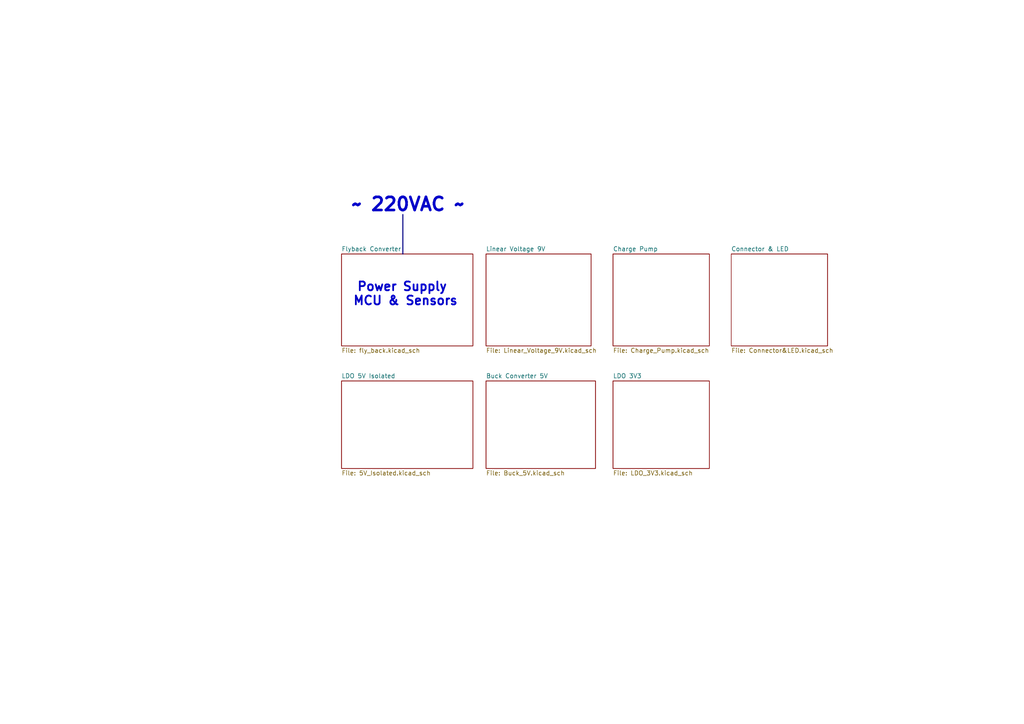
<source format=kicad_sch>
(kicad_sch
	(version 20231120)
	(generator "eeschema")
	(generator_version "8.0")
	(uuid "5c8a7907-026b-4416-b231-5ef9f93b99e1")
	(paper "A4")
	(lib_symbols)
	(bus
		(pts
			(xy 116.84 62.23) (xy 116.84 73.66)
		)
		(stroke
			(width 0)
			(type default)
		)
		(uuid "1c897433-f830-41e6-b09d-0261d9bad986")
	)
	(text "Power Supply \nMCU & Sensors\n\n"
		(exclude_from_sim no)
		(at 117.602 87.376 0)
		(effects
			(font
				(size 2.54 2.54)
				(bold yes)
			)
		)
		(uuid "a16555cd-16b0-47ed-ad6d-af36ef4759de")
	)
	(text "~ 220VAC ~"
		(exclude_from_sim no)
		(at 118.364 59.436 0)
		(effects
			(font
				(size 3.81 3.81)
				(thickness 0.762)
				(bold yes)
			)
		)
		(uuid "b9e32f80-70f8-4e30-b366-496776d39791")
	)
	(sheet
		(at 140.97 73.66)
		(size 30.48 26.67)
		(fields_autoplaced yes)
		(stroke
			(width 0.1524)
			(type solid)
		)
		(fill
			(color 0 0 0 0.0000)
		)
		(uuid "409c1703-669f-4885-84ed-c53b20e63f53")
		(property "Sheetname" "Linear Voltage 9V"
			(at 140.97 72.9484 0)
			(effects
				(font
					(size 1.27 1.27)
				)
				(justify left bottom)
			)
		)
		(property "Sheetfile" "Linear_Voltage_9V.kicad_sch"
			(at 140.97 100.9146 0)
			(effects
				(font
					(size 1.27 1.27)
				)
				(justify left top)
			)
		)
		(instances
			(project "Power_Supply"
				(path "/5c8a7907-026b-4416-b231-5ef9f93b99e1"
					(page "4")
				)
			)
		)
	)
	(sheet
		(at 99.06 73.66)
		(size 38.1 26.67)
		(fields_autoplaced yes)
		(stroke
			(width 0.1524)
			(type solid)
		)
		(fill
			(color 0 0 0 0.0000)
		)
		(uuid "5a1d07e8-1900-453e-ab71-30ad5bc9dcd9")
		(property "Sheetname" "Flyback Converter"
			(at 99.06 72.9484 0)
			(effects
				(font
					(size 1.27 1.27)
				)
				(justify left bottom)
			)
		)
		(property "Sheetfile" "fly_back.kicad_sch"
			(at 99.06 100.9146 0)
			(effects
				(font
					(size 1.27 1.27)
				)
				(justify left top)
			)
		)
		(instances
			(project "Power_Supply"
				(path "/5c8a7907-026b-4416-b231-5ef9f93b99e1"
					(page "2")
				)
			)
		)
	)
	(sheet
		(at 212.09 73.66)
		(size 27.94 26.67)
		(fields_autoplaced yes)
		(stroke
			(width 0.1524)
			(type solid)
		)
		(fill
			(color 0 0 0 0.0000)
		)
		(uuid "68308591-2b49-42fc-9085-b4eeb0133b73")
		(property "Sheetname" "Connector & LED"
			(at 212.09 72.9484 0)
			(effects
				(font
					(size 1.27 1.27)
				)
				(justify left bottom)
			)
		)
		(property "Sheetfile" "Connector&LED.kicad_sch"
			(at 212.09 100.9146 0)
			(effects
				(font
					(size 1.27 1.27)
				)
				(justify left top)
			)
		)
		(instances
			(project "Power_Supply"
				(path "/5c8a7907-026b-4416-b231-5ef9f93b99e1"
					(page "8")
				)
			)
		)
	)
	(sheet
		(at 140.97 110.49)
		(size 31.75 25.4)
		(fields_autoplaced yes)
		(stroke
			(width 0.1524)
			(type solid)
		)
		(fill
			(color 0 0 0 0.0000)
		)
		(uuid "810061e0-77df-407e-a763-7d91437d6cce")
		(property "Sheetname" "Buck Converter 5V"
			(at 140.97 109.7784 0)
			(effects
				(font
					(size 1.27 1.27)
				)
				(justify left bottom)
			)
		)
		(property "Sheetfile" "Buck_5V.kicad_sch"
			(at 140.97 136.4746 0)
			(effects
				(font
					(size 1.27 1.27)
				)
				(justify left top)
			)
		)
		(instances
			(project "Power_Supply"
				(path "/5c8a7907-026b-4416-b231-5ef9f93b99e1"
					(page "6")
				)
			)
		)
	)
	(sheet
		(at 99.06 110.49)
		(size 38.1 25.4)
		(fields_autoplaced yes)
		(stroke
			(width 0.1524)
			(type solid)
		)
		(fill
			(color 0 0 0 0.0000)
		)
		(uuid "8bf0d422-eac4-4712-b2cb-f2f21afae379")
		(property "Sheetname" "LDO 5V Isolated"
			(at 99.06 109.7784 0)
			(effects
				(font
					(size 1.27 1.27)
				)
				(justify left bottom)
			)
		)
		(property "Sheetfile" "5V_Isolated.kicad_sch"
			(at 99.06 136.4746 0)
			(effects
				(font
					(size 1.27 1.27)
				)
				(justify left top)
			)
		)
		(instances
			(project "Power_Supply"
				(path "/5c8a7907-026b-4416-b231-5ef9f93b99e1"
					(page "8")
				)
			)
		)
	)
	(sheet
		(at 177.8 110.49)
		(size 27.94 25.4)
		(fields_autoplaced yes)
		(stroke
			(width 0.1524)
			(type solid)
		)
		(fill
			(color 0 0 0 0.0000)
		)
		(uuid "c6a0f914-555a-4b7f-9d8a-3cfb2cc1f7af")
		(property "Sheetname" "LDO 3V3"
			(at 177.8 109.7784 0)
			(effects
				(font
					(size 1.27 1.27)
				)
				(justify left bottom)
			)
		)
		(property "Sheetfile" "LDO_3V3.kicad_sch"
			(at 177.8 136.4746 0)
			(effects
				(font
					(size 1.27 1.27)
				)
				(justify left top)
			)
		)
		(instances
			(project "Power_Supply"
				(path "/5c8a7907-026b-4416-b231-5ef9f93b99e1"
					(page "7")
				)
			)
		)
	)
	(sheet
		(at 177.8 73.66)
		(size 27.94 26.67)
		(fields_autoplaced yes)
		(stroke
			(width 0.1524)
			(type solid)
		)
		(fill
			(color 0 0 0 0.0000)
		)
		(uuid "fc81c86a-849a-473b-a705-41432f1eafdf")
		(property "Sheetname" "Charge Pump"
			(at 177.8 72.9484 0)
			(effects
				(font
					(size 1.27 1.27)
				)
				(justify left bottom)
			)
		)
		(property "Sheetfile" "Charge_Pump.kicad_sch"
			(at 177.8 100.9146 0)
			(effects
				(font
					(size 1.27 1.27)
				)
				(justify left top)
			)
		)
		(instances
			(project "Power_Supply"
				(path "/5c8a7907-026b-4416-b231-5ef9f93b99e1"
					(page "5")
				)
			)
		)
	)
	(sheet_instances
		(path "/"
			(page "1")
		)
	)
)

</source>
